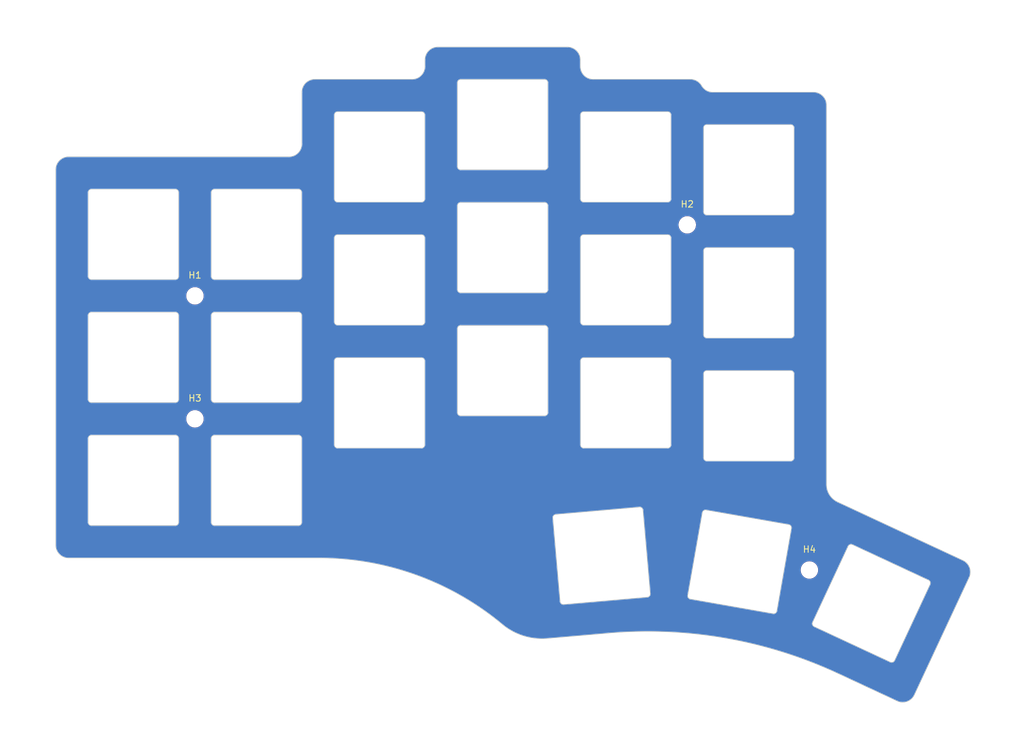
<source format=kicad_pcb>
(kicad_pcb (version 20221018) (generator pcbnew)
  (title_block (title "Cantor Pro") (rev "rev1.0"))
  (layers (0 "F.Cu" signal) (31 "B.Cu" signal) (34 "B.Paste" user) (35 "F.Paste" user) (36 "B.SilkS" user "B.Silkscreen") (37 "F.SilkS" user "F.Silkscreen") (38 "B.Mask" user) (39 "F.Mask" user) (44 "Edge.Cuts" user))
  (net 0 "")
  (net 1 "GND")
  (footprint "42keebs:MX_Switch_Cutout" (layer "F.Cu") (at 164.000002 98.099999)
    (fp_text reference "K25" hide)
    (fp_text value "KEYSW" hide)
    (fp_line (start -7 -6.5) (end -7 6.5) (stroke (width 0.1)) (layer "Edge.Cuts"))
    (fp_line (start -6.5 -7) (end 6.5 -7) (stroke (width 0.1)) (layer "Edge.Cuts"))
    (fp_line (start -6.5 7) (end 6.5 7) (stroke (width 0.1)) (layer "Edge.Cuts"))
    (fp_line (start 7 -6.5) (end 7 6.5) (stroke (width 0.1)) (layer "Edge.Cuts"))
    (fp_arc (start -7 -6.5) (mid -6.853553 -6.853553) (end -6.5 -7) (stroke (width 0.1)) (layer "Edge.Cuts"))
    (fp_arc (start -6.5 7) (mid -6.853553 6.853553) (end -7 6.5) (stroke (width 0.1)) (layer "Edge.Cuts"))
    (fp_arc (start 6.5 -7) (mid 6.853553 -6.853553) (end 7 -6.5) (stroke (width 0.1)) (layer "Edge.Cuts"))
    (fp_arc (start 7 6.5) (mid 6.853553 6.853553) (end 6.5 7) (stroke (width 0.1)) (layer "Edge.Cuts"))
  )
  (footprint "42keebs:MX_Switch_Cutout" (layer "F.Cu") (at 144.95 96.100001)
    (fp_text reference "K24" hide)
    (fp_text value "KEYSW" hide)
    (fp_line (start -7 -6.5) (end -7 6.5) (stroke (width 0.1)) (layer "Edge.Cuts"))
    (fp_line (start -6.5 -7) (end 6.5 -7) (stroke (width 0.1)) (layer "Edge.Cuts"))
    (fp_line (start -6.5 7) (end 6.5 7) (stroke (width 0.1)) (layer "Edge.Cuts"))
    (fp_line (start 7 -6.5) (end 7 6.5) (stroke (width 0.1)) (layer "Edge.Cuts"))
    (fp_arc (start -7 -6.5) (mid -6.853553 -6.853553) (end -6.5 -7) (stroke (width 0.1)) (layer "Edge.Cuts"))
    (fp_arc (start -6.5 7) (mid -6.853553 6.853553) (end -7 6.5) (stroke (width 0.1)) (layer "Edge.Cuts"))
    (fp_arc (start 6.5 -7) (mid 6.853553 -6.853553) (end 7 -6.5) (stroke (width 0.1)) (layer "Edge.Cuts"))
    (fp_arc (start 7 6.5) (mid 6.853553 6.853553) (end 6.5 7) (stroke (width 0.1)) (layer "Edge.Cuts"))
  )
  (footprint "42keebs:MX_Switch_Cutout" (layer "F.Cu") (at 87.8 108.1)
    (fp_text reference "K21" hide)
    (fp_text value "KEYSW" hide)
    (fp_line (start -7 -6.5) (end -7 6.5) (stroke (width 0.1)) (layer "Edge.Cuts"))
    (fp_line (start -6.5 -7) (end 6.5 -7) (stroke (width 0.1)) (layer "Edge.Cuts"))
    (fp_line (start -6.5 7) (end 6.5 7) (stroke (width 0.1)) (layer "Edge.Cuts"))
    (fp_line (start 7 -6.5) (end 7 6.5) (stroke (width 0.1)) (layer "Edge.Cuts"))
    (fp_arc (start -7 -6.5) (mid -6.853553 -6.853553) (end -6.5 -7) (stroke (width 0.1)) (layer "Edge.Cuts"))
    (fp_arc (start -6.5 7) (mid -6.853553 6.853553) (end -7 6.5) (stroke (width 0.1)) (layer "Edge.Cuts"))
    (fp_arc (start 6.5 -7) (mid 6.853553 -6.853553) (end 7 -6.5) (stroke (width 0.1)) (layer "Edge.Cuts"))
    (fp_arc (start 7 6.5) (mid 6.853553 6.853553) (end 6.5 7) (stroke (width 0.1)) (layer "Edge.Cuts"))
  )
  (footprint "42keebs:MX_Switch_Cutout" (layer "F.Cu") (at 106.850002 58)
    (fp_text reference "K02" hide)
    (fp_text value "KEYSW" hide)
    (fp_line (start -7 -6.5) (end -7 6.5) (stroke (width 0.1)) (layer "Edge.Cuts"))
    (fp_line (start -6.5 -7) (end 6.5 -7) (stroke (width 0.1)) (layer "Edge.Cuts"))
    (fp_line (start -6.5 7) (end 6.5 7) (stroke (width 0.1)) (layer "Edge.Cuts"))
    (fp_line (start 7 -6.5) (end 7 6.5) (stroke (width 0.1)) (layer "Edge.Cuts"))
    (fp_arc (start -7 -6.5) (mid -6.853553 -6.853553) (end -6.5 -7) (stroke (width 0.1)) (layer "Edge.Cuts"))
    (fp_arc (start -6.5 7) (mid -6.853553 6.853553) (end -7 6.5) (stroke (width 0.1)) (layer "Edge.Cuts"))
    (fp_arc (start 6.5 -7) (mid 6.853553 -6.853553) (end 7 -6.5) (stroke (width 0.1)) (layer "Edge.Cuts"))
    (fp_arc (start 7 6.5) (mid 6.853553 6.853553) (end 6.5 7) (stroke (width 0.1)) (layer "Edge.Cuts"))
  )
  (footprint "42keebs:MX_Switch_Cutout" (layer "F.Cu") (at 68.749999 89.05)
    (fp_text reference "K10" hide)
    (fp_text value "KEYSW" hide)
    (fp_line (start -7 -6.5) (end -7 6.5) (stroke (width 0.1)) (layer "Edge.Cuts"))
    (fp_line (start -6.5 -7) (end 6.5 -7) (stroke (width 0.1)) (layer "Edge.Cuts"))
    (fp_line (start -6.5 7) (end 6.5 7) (stroke (width 0.1)) (layer "Edge.Cuts"))
    (fp_line (start 7 -6.5) (end 7 6.5) (stroke (width 0.1)) (layer "Edge.Cuts"))
    (fp_arc (start -7 -6.5) (mid -6.853553 -6.853553) (end -6.5 -7) (stroke (width 0.1)) (layer "Edge.Cuts"))
    (fp_arc (start -6.5 7) (mid -6.853553 6.853553) (end -7 6.5) (stroke (width 0.1)) (layer "Edge.Cuts"))
    (fp_arc (start 6.5 -7) (mid 6.853553 -6.853553) (end 7 -6.5) (stroke (width 0.1)) (layer "Edge.Cuts"))
    (fp_arc (start 7 6.5) (mid 6.853553 6.853553) (end 6.5 7) (stroke (width 0.1)) (layer "Edge.Cuts"))
  )
  (footprint "MountingHole:MountingHole_2.2mm_M2" (layer "F.Cu") (at 78.275 79.525)
    (fp_text reference "H1" (at 0 -3.2) (layer "F.SilkS"))
    (fp_text value "MountingHole" hide)
    (pad "" np_thru_hole circle (at 0 0) (size 2.2 2.2) (drill 2.2) (layers "*.Cu" "*.Mask"))
  )
  (footprint "42keebs:MX_Switch_Cutout" (layer "F.Cu") (at 144.949998 58)
    (fp_text reference "K04" hide)
    (fp_text value "KEYSW" hide)
    (fp_line (start -7 -6.5) (end -7 6.5) (stroke (width 0.1)) (layer "Edge.Cuts"))
    (fp_line (start -6.5 -7) (end 6.5 -7) (stroke (width 0.1)) (layer "Edge.Cuts"))
    (fp_line (start -6.5 7) (end 6.5 7) (stroke (width 0.1)) (layer "Edge.Cuts"))
    (fp_line (start 7 -6.5) (end 7 6.5) (stroke (width 0.1)) (layer "Edge.Cuts"))
    (fp_arc (start -7 -6.5) (mid -6.853553 -6.853553) (end -6.5 -7) (stroke (width 0.1)) (layer "Edge.Cuts"))
    (fp_arc (start -6.5 7) (mid -6.853553 6.853553) (end -7 6.5) (stroke (width 0.1)) (layer "Edge.Cuts"))
    (fp_arc (start 6.5 -7) (mid 6.853553 -6.853553) (end 7 -6.5) (stroke (width 0.1)) (layer "Edge.Cuts"))
    (fp_arc (start 7 6.5) (mid 6.853553 6.853553) (end 6.5 7) (stroke (width 0.1)) (layer "Edge.Cuts"))
  )
  (footprint "42keebs:MX_Switch_Cutout" (layer "F.Cu") (at 106.850002 77.05)
    (fp_text reference "K12" hide)
    (fp_text value "KEYSW" hide)
    (fp_line (start -7 -6.5) (end -7 6.5) (stroke (width 0.1)) (layer "Edge.Cuts"))
    (fp_line (start -6.5 -7) (end 6.5 -7) (stroke (width 0.1)) (layer "Edge.Cuts"))
    (fp_line (start -6.5 7) (end 6.5 7) (stroke (width 0.1)) (layer "Edge.Cuts"))
    (fp_line (start 7 -6.5) (end 7 6.5) (stroke (width 0.1)) (layer "Edge.Cuts"))
    (fp_arc (start -7 -6.5) (mid -6.853553 -6.853553) (end -6.5 -7) (stroke (width 0.1)) (layer "Edge.Cuts"))
    (fp_arc (start -6.5 7) (mid -6.853553 6.853553) (end -7 6.5) (stroke (width 0.1)) (layer "Edge.Cuts"))
    (fp_arc (start 6.5 -7) (mid 6.853553 -6.853553) (end 7 -6.5) (stroke (width 0.1)) (layer "Edge.Cuts"))
    (fp_arc (start 7 6.5) (mid 6.853553 6.853553) (end 6.5 7) (stroke (width 0.1)) (layer "Edge.Cuts"))
  )
  (footprint "MountingHole:MountingHole_2.2mm_M2" (layer "F.Cu") (at 173.380167 121.986481)
    (fp_text reference "H4" (at 0 -3.2) (layer "F.SilkS"))
    (fp_text value "MountingHole" hide)
    (pad "" np_thru_hole circle (at 0 0) (size 2.2 2.2) (drill 2.2) (layers "*.Cu" "*.Mask"))
  )
  (footprint "42keebs:MX_Switch_Cutout" (layer "F.Cu") (at 141.210422 119.780108 5)
    (fp_text reference "K30" hide)
    (fp_text value "KEYSW" hide)
    (fp_line (start -7 -6.5) (end -7 6.5) (stroke (width 0.1)) (layer "Edge.Cuts"))
    (fp_line (start -6.5 -7) (end 6.5 -7) (stroke (width 0.1)) (layer "Edge.Cuts"))
    (fp_line (start -6.5 7) (end 6.5 7) (stroke (width 0.1)) (layer "Edge.Cuts"))
    (fp_line (start 7 -6.5) (end 7 6.5) (stroke (width 0.1)) (layer "Edge.Cuts"))
    (fp_arc (start -7 -6.5) (mid -6.853553 -6.853553) (end -6.5 -7) (stroke (width 0.1)) (layer "Edge.Cuts"))
    (fp_arc (start -6.5 7) (mid -6.853553 6.853553) (end -7 6.5) (stroke (width 0.1)) (layer "Edge.Cuts"))
    (fp_arc (start 6.5 -7) (mid 6.853553 -6.853553) (end 7 -6.5) (stroke (width 0.1)) (layer "Edge.Cuts"))
    (fp_arc (start 7 6.5) (mid 6.853553 6.853553) (end 6.5 7) (stroke (width 0.1)) (layer "Edge.Cuts"))
  )
  (footprint "42keebs:MX_Switch_Cutout" (layer "F.Cu") (at 87.8 70)
    (fp_text reference "K01" hide)
    (fp_text value "KEYSW" hide)
    (fp_line (start -7 -6.5) (end -7 6.5) (stroke (width 0.1)) (layer "Edge.Cuts"))
    (fp_line (start -6.5 -7) (end 6.5 -7) (stroke (width 0.1)) (layer "Edge.Cuts"))
    (fp_line (start -6.5 7) (end 6.5 7) (stroke (width 0.1)) (layer "Edge.Cuts"))
    (fp_line (start 7 -6.5) (end 7 6.5) (stroke (width 0.1)) (layer "Edge.Cuts"))
    (fp_arc (start -7 -6.5) (mid -6.853553 -6.853553) (end -6.5 -7) (stroke (width 0.1)) (layer "Edge.Cuts"))
    (fp_arc (start -6.5 7) (mid -6.853553 6.853553) (end -7 6.5) (stroke (width 0.1)) (layer "Edge.Cuts"))
    (fp_arc (start 6.5 -7) (mid 6.853553 -6.853553) (end 7 -6.5) (stroke (width 0.1)) (layer "Edge.Cuts"))
    (fp_arc (start 7 6.5) (mid 6.853553 6.853553) (end 6.5 7) (stroke (width 0.1)) (layer "Edge.Cuts"))
  )
  (footprint "42keebs:MX_Switch_Cutout" (layer "F.Cu") (at 144.950001 77.049997)
    (fp_text reference "K14" hide)
    (fp_text value "KEYSW" hide)
    (fp_line (start -7 -6.5) (end -7 6.5) (stroke (width 0.1)) (layer "Edge.Cuts"))
    (fp_line (start -6.5 -7) (end 6.5 -7) (stroke (width 0.1)) (layer "Edge.Cuts"))
    (fp_line (start -6.5 7) (end 6.5 7) (stroke (width 0.1)) (layer "Edge.Cuts"))
    (fp_line (start 7 -6.5) (end 7 6.5) (stroke (width 0.1)) (layer "Edge.Cuts"))
    (fp_arc (start -7 -6.5) (mid -6.853553 -6.853553) (end -6.5 -7) (stroke (width 0.1)) (layer "Edge.Cuts"))
    (fp_arc (start -6.5 7) (mid -6.853553 6.853553) (end -7 6.5) (stroke (width 0.1)) (layer "Edge.Cuts"))
    (fp_arc (start 6.5 -7) (mid 6.853553 -6.853553) (end 7 -6.5) (stroke (width 0.1)) (layer "Edge.Cuts"))
    (fp_arc (start 7 6.5) (mid 6.853553 6.853553) (end 6.5 7) (stroke (width 0.1)) (layer "Edge.Cuts"))
  )
  (footprint "42keebs:MX_Switch_Cutout" (layer "F.Cu") (at 125.9 91.1)
    (fp_text reference "K23" hide)
    (fp_text value "KEYSW" hide)
    (fp_line (start -7 -6.5) (end -7 6.5) (stroke (width 0.1)) (layer "Edge.Cuts"))
    (fp_line (start -6.5 -7) (end 6.5 -7) (stroke (width 0.1)) (layer "Edge.Cuts"))
    (fp_line (start -6.5 7) (end 6.5 7) (stroke (width 0.1)) (layer "Edge.Cuts"))
    (fp_line (start 7 -6.5) (end 7 6.5) (stroke (width 0.1)) (layer "Edge.Cuts"))
    (fp_arc (start -7 -6.5) (mid -6.853553 -6.853553) (end -6.5 -7) (stroke (width 0.1)) (layer "Edge.Cuts"))
    (fp_arc (start -6.5 7) (mid -6.853553 6.853553) (end -7 6.5) (stroke (width 0.1)) (layer "Edge.Cuts"))
    (fp_arc (start 6.5 -7) (mid 6.853553 -6.853553) (end 7 -6.5) (stroke (width 0.1)) (layer "Edge.Cuts"))
    (fp_arc (start 7 6.5) (mid 6.853553 6.853553) (end 6.5 7) (stroke (width 0.1)) (layer "Edge.Cuts"))
  )
  (footprint "42keebs:MX_Switch_Cutout" (layer "F.Cu") (at 125.900001 53)
    (fp_text reference "K03" hide)
    (fp_text value "KEYSW" hide)
    (fp_line (start -7 -6.5) (end -7 6.5) (stroke (width 0.1)) (layer "Edge.Cuts"))
    (fp_line (start -6.5 -7) (end 6.5 -7) (stroke (width 0.1)) (layer "Edge.Cuts"))
    (fp_line (start -6.5 7) (end 6.5 7) (stroke (width 0.1)) (layer "Edge.Cuts"))
    (fp_line (start 7 -6.5) (end 7 6.5) (stroke (width 0.1)) (layer "Edge.Cuts"))
    (fp_arc (start -7 -6.5) (mid -6.853553 -6.853553) (end -6.5 -7) (stroke (width 0.1)) (layer "Edge.Cuts"))
    (fp_arc (start -6.5 7) (mid -6.853553 6.853553) (end -7 6.5) (stroke (width 0.1)) (layer "Edge.Cuts"))
    (fp_arc (start 6.5 -7) (mid 6.853553 -6.853553) (end 7 -6.5) (stroke (width 0.1)) (layer "Edge.Cuts"))
    (fp_arc (start 7 6.5) (mid 6.853553 6.853553) (end 6.5 7) (stroke (width 0.1)) (layer "Edge.Cuts"))
  )
  (footprint "MountingHole:MountingHole_2.2mm_M2" (layer "F.Cu") (at 78.275 98.574999)
    (fp_text reference "H3" (at 0 -3.2) (layer "F.SilkS"))
    (fp_text value "MountingHole" hide)
    (pad "" np_thru_hole circle (at 0 0) (size 2.2 2.2) (drill 2.2) (layers "*.Cu" "*.Mask"))
  )
  (footprint "42keebs:MX_Switch_Cutout" (layer "F.Cu") (at 106.849999 96.100001)
    (fp_text reference "K22" hide)
    (fp_text value "KEYSW" hide)
    (fp_line (start -7 -6.5) (end -7 6.5) (stroke (width 0.1)) (layer "Edge.Cuts"))
    (fp_line (start -6.5 -7) (end 6.5 -7) (stroke (width 0.1)) (layer "Edge.Cuts"))
    (fp_line (start -6.5 7) (end 6.5 7) (stroke (width 0.1)) (layer "Edge.Cuts"))
    (fp_line (start 7 -6.5) (end 7 6.5) (stroke (width 0.1)) (layer "Edge.Cuts"))
    (fp_arc (start -7 -6.5) (mid -6.853553 -6.853553) (end -6.5 -7) (stroke (width 0.1)) (layer "Edge.Cuts"))
    (fp_arc (start -6.5 7) (mid -6.853553 6.853553) (end -7 6.5) (stroke (width 0.1)) (layer "Edge.Cuts"))
    (fp_arc (start 6.5 -7) (mid 6.853553 -6.853553) (end 7 -6.5) (stroke (width 0.1)) (layer "Edge.Cuts"))
    (fp_arc (start 7 6.5) (mid 6.853553 6.853553) (end 6.5 7) (stroke (width 0.1)) (layer "Edge.Cuts"))
  )
  (footprint "42keebs:MX_Switch_Cutout" (layer "F.Cu") (at 164 79.05)
    (fp_text reference "K15" hide)
    (fp_text value "KEYSW" hide)
    (fp_line (start -7 -6.5) (end -7 6.5) (stroke (width 0.1)) (layer "Edge.Cuts"))
    (fp_line (start -6.5 -7) (end 6.5 -7) (stroke (width 0.1)) (layer "Edge.Cuts"))
    (fp_line (start -6.5 7) (end 6.5 7) (stroke (width 0.1)) (layer "Edge.Cuts"))
    (fp_line (start 7 -6.5) (end 7 6.5) (stroke (width 0.1)) (layer "Edge.Cuts"))
    (fp_arc (start -7 -6.5) (mid -6.853553 -6.853553) (end -6.5 -7) (stroke (width 0.1)) (layer "Edge.Cuts"))
    (fp_arc (start -6.5 7) (mid -6.853553 6.853553) (end -7 6.5) (stroke (width 0.1)) (layer "Edge.Cuts"))
    (fp_arc (start 6.5 -7) (mid 6.853553 -6.853553) (end 7 -6.5) (stroke (width 0.1)) (layer "Edge.Cuts"))
    (fp_arc (start 7 6.5) (mid 6.853553 6.853553) (end 6.5 7) (stroke (width 0.1)) (layer "Edge.Cuts"))
  )
  (footprint "MountingHole:MountingHole_2.2mm_M2" (layer "F.Cu") (at 154.474999 68.525)
    (fp_text reference "H2" (at 0 -3.2) (layer "F.SilkS"))
    (fp_text value "MountingHole" hide)
    (pad "" np_thru_hole circle (at 0 0) (size 2.2 2.2) (drill 2.2) (layers "*.Cu" "*.Mask"))
  )
  (footprint "42keebs:MX_Switch_Cutout" (layer "F.Cu") (at 182.969002 127.149999 -25)
    (fp_text reference "K32" hide)
    (fp_text value "KEYSW" hide)
    (fp_line (start -7 -6.5) (end -7 6.5) (stroke (width 0.1)) (layer "Edge.Cuts"))
    (fp_line (start -6.5 -7) (end 6.5 -7) (stroke (width 0.1)) (layer "Edge.Cuts"))
    (fp_line (start -6.5 7) (end 6.5 7) (stroke (width 0.1)) (layer "Edge.Cuts"))
    (fp_line (start 7 -6.5) (end 7 6.5) (stroke (width 0.1)) (layer "Edge.Cuts"))
    (fp_arc (start -7 -6.5) (mid -6.853553 -6.853553) (end -6.5 -7) (stroke (width 0.1)) (layer "Edge.Cuts"))
    (fp_arc (start -6.5 7) (mid -6.853553 6.853553) (end -7 6.5) (stroke (width 0.1)) (layer "Edge.Cuts"))
    (fp_arc (start 6.5 -7) (mid 6.853553 -6.853553) (end 7 -6.5) (stroke (width 0.1)) (layer "Edge.Cuts"))
    (fp_arc (start 7 6.5) (mid 6.853553 6.853553) (end 6.5 7) (stroke (width 0.1)) (layer "Edge.Cuts"))
  )
  (footprint "42keebs:MX_Switch_Cutout" (layer "F.Cu") (at 87.8 89.05)
    (fp_text reference "K11" hide)
    (fp_text value "KEYSW" hide)
    (fp_line (start -7 -6.5) (end -7 6.5) (stroke (width 0.1)) (layer "Edge.Cuts"))
    (fp_line (start -6.5 -7) (end 6.5 -7) (stroke (width 0.1)) (layer "Edge.Cuts"))
    (fp_line (start -6.5 7) (end 6.5 7) (stroke (width 0.1)) (layer "Edge.Cuts"))
    (fp_line (start 7 -6.5) (end 7 6.5) (stroke (width 0.1)) (layer "Edge.Cuts"))
    (fp_arc (start -7 -6.5) (mid -6.853553 -6.853553) (end -6.5 -7) (stroke (width 0.1)) (layer "Edge.Cuts"))
    (fp_arc (start -6.5 7) (mid -6.853553 6.853553) (end -7 6.5) (stroke (width 0.1)) (layer "Edge.Cuts"))
    (fp_arc (start 6.5 -7) (mid 6.853553 -6.853553) (end 7 -6.5) (stroke (width 0.1)) (layer "Edge.Cuts"))
    (fp_arc (start 7 6.5) (mid 6.853553 6.853553) (end 6.5 7) (stroke (width 0.1)) (layer "Edge.Cuts"))
  )
  (footprint "42keebs:MX_Switch_Cutout" (layer "F.Cu") (at 164 60.000001)
    (fp_text reference "K05" hide)
    (fp_text value "KEYSW" hide)
    (fp_line (start -7 -6.5) (end -7 6.5) (stroke (width 0.1)) (layer "Edge.Cuts"))
    (fp_line (start -6.5 -7) (end 6.5 -7) (stroke (width 0.1)) (layer "Edge.Cuts"))
    (fp_line (start -6.5 7) (end 6.5 7) (stroke (width 0.1)) (layer "Edge.Cuts"))
    (fp_line (start 7 -6.5) (end 7 6.5) (stroke (width 0.1)) (layer "Edge.Cuts"))
    (fp_arc (start -7 -6.5) (mid -6.853553 -6.853553) (end -6.5 -7) (stroke (width 0.1)) (layer "Edge.Cuts"))
    (fp_arc (start -6.5 7) (mid -6.853553 6.853553) (end -7 6.5) (stroke (width 0.1)) (layer "Edge.Cuts"))
    (fp_arc (start 6.5 -7) (mid 6.853553 -6.853553) (end 7 -6.5) (stroke (width 0.1)) (layer "Edge.Cuts"))
    (fp_arc (start 7 6.5) (mid 6.853553 6.853553) (end 6.5 7) (stroke (width 0.1)) (layer "Edge.Cuts"))
  )
  (footprint "42keebs:MX_Switch_Cutout" (layer "F.Cu") (at 68.75 108.099999)
    (fp_text reference "K20" hide)
    (fp_text value "KEYSW" hide)
    (fp_line (start -7 -6.5) (end -7 6.5) (stroke (width 0.1)) (layer "Edge.Cuts"))
    (fp_line (start -6.5 -7) (end 6.5 -7) (stroke (width 0.1)) (layer "Edge.Cuts"))
    (fp_line (start -6.5 7) (end 6.5 7) (stroke (width 0.1)) (layer "Edge.Cuts"))
    (fp_line (start 7 -6.5) (end 7 6.5) (stroke (width 0.1)) (layer "Edge.Cuts"))
    (fp_arc (start -7 -6.5) (mid -6.853553 -6.853553) (end -6.5 -7) (stroke (width 0.1)) (layer "Edge.Cuts"))
    (fp_arc (start -6.5 7) (mid -6.853553 6.853553) (end -7 6.5) (stroke (width 0.1)) (layer "Edge.Cuts"))
    (fp_arc (start 6.5 -7) (mid 6.853553 -6.853553) (end 7 -6.5) (stroke (width 0.1)) (layer "Edge.Cuts"))
    (fp_arc (start 7 6.5) (mid 6.853553 6.853553) (end 6.5 7) (stroke (width 0.1)) (layer "Edge.Cuts"))
  )
  (footprint "42keebs:MX_Switch_Cutout" (layer "F.Cu") (at 125.9 72.05)
    (fp_text reference "K13" hide)
    (fp_text value "KEYSW" hide)
    (fp_line (start -7 -6.5) (end -7 6.5) (stroke (width 0.1)) (layer "Edge.Cuts"))
    (fp_line (start -6.5 -7) (end 6.5 -7) (stroke (width 0.1)) (layer "Edge.Cuts"))
    (fp_line (start -6.5 7) (end 6.5 7) (stroke (width 0.1)) (layer "Edge.Cuts"))
    (fp_line (start 7 -6.5) (end 7 6.5) (stroke (width 0.1)) (layer "Edge.Cuts"))
    (fp_arc (start -7 -6.5) (mid -6.853553 -6.853553) (end -6.5 -7) (stroke (width 0.1)) (layer "Edge.Cuts"))
    (fp_arc (start -6.5 7) (mid -6.853553 6.853553) (end -7 6.5) (stroke (width 0.1)) (layer "Edge.Cuts"))
    (fp_arc (start 6.5 -7) (mid 6.853553 -6.853553) (end 7 -6.5) (stroke (width 0.1)) (layer "Edge.Cuts"))
    (fp_arc (start 7 6.5) (mid 6.853553 6.853553) (end 6.5 7) (stroke (width 0.1)) (layer "Edge.Cuts"))
  )
  (footprint "42keebs:MX_Switch_Cutout" (layer "F.Cu") (at 68.749999 70)
    (fp_text reference "K00" hide)
    (fp_text value "KEYSW" hide)
    (fp_line (start -7 -6.5) (end -7 6.5) (stroke (width 0.1)) (layer "Edge.Cuts"))
    (fp_line (start -6.5 -7) (end 6.5 -7) (stroke (width 0.1)) (layer "Edge.Cuts"))
    (fp_line (start -6.5 7) (end 6.5 7) (stroke (width 0.1)) (layer "Edge.Cuts"))
    (fp_line (start 7 -6.5) (end 7 6.5) (stroke (width 0.1)) (layer "Edge.Cuts"))
    (fp_arc (start -7 -6.5) (mid -6.853553 -6.853553) (end -6.5 -7) (stroke (width 0.1)) (layer "Edge.Cuts"))
    (fp_arc (start -6.5 7) (mid -6.853553 6.853553) (end -7 6.5) (stroke (width 0.1)) (layer "Edge.Cuts"))
    (fp_arc (start 6.5 -7) (mid 6.853553 -6.853553) (end 7 -6.5) (stroke (width 0.1)) (layer "Edge.Cuts"))
    (fp_arc (start 7 6.5) (mid 6.853553 6.853553) (end 6.5 7) (stroke (width 0.1)) (layer "Edge.Cuts"))
  )
  (footprint "42keebs:MX_Switch_Cutout" (layer "F.Cu") (at 162.574653 120.719659 -10)
    (fp_text reference "K31" hide)
    (fp_text value "KEYSW" hide)
    (fp_line (start -7 -6.5) (end -7 6.5) (stroke (width 0.1)) (layer "Edge.Cuts"))
    (fp_line (start -6.5 -7) (end 6.5 -7) (stroke (width 0.1)) (layer "Edge.Cuts"))
    (fp_line (start -6.5 7) (end 6.5 7) (stroke (width 0.1)) (layer "Edge.Cuts"))
    (fp_line (start 7 -6.5) (end 7 6.5) (stroke (width 0.1)) (layer "Edge.Cuts"))
    (fp_arc (start -7 -6.5) (mid -6.853553 -6.853553) (end -6.5 -7) (stroke (width 0.1)) (layer "Edge.Cuts"))
    (fp_arc (start -6.5 7) (mid -6.853553 6.853553) (end -7 6.5) (stroke (width 0.1)) (layer "Edge.Cuts"))
    (fp_arc (start 6.5 -7) (mid 6.853553 -6.853553) (end 7 -6.5) (stroke (width 0.1)) (layer "Edge.Cuts"))
    (fp_arc (start 7 6.5) (mid 6.853553 6.853553) (end 6.5 7) (stroke (width 0.1)) (layer "Edge.Cuts"))
  )
  (gr_arc (start 94.825001 47.975001) (mid 95.410787 46.560786) (end 96.825001 45.975) (stroke (width 0.1)) (layer "Edge.Cuts"))
  (gr_line (start 58.725 120.124999) (end 97.825001 120.125001) (stroke (width 0.1)) (layer "Edge.Cuts"))
  (gr_arc (start 132.769715 132.589508) (mid 129.200677 132.203405) (end 126.019715 130.539506) (stroke (width 0.1)) (layer "Edge.Cuts"))
  (gr_arc (start 113.875 42.974999) (mid 114.460786 41.560785) (end 115.875 40.975) (stroke (width 0.1)) (layer "Edge.Cuts"))
  (gr_line (start 189.630269 141.317274) (end 198.103902 123.145626) (stroke (width 0.1)) (layer "Edge.Cuts"))
  (gr_line (start 176.024998 49.974997) (end 176.025978 108.734117) (stroke (width 0.1)) (layer "Edge.Cuts"))
  (gr_arc (start 197.136523 120.487774) (mid 198.170671 121.616349) (end 198.103902 123.145626) (stroke (width 0.1)) (layer "Edge.Cuts"))
  (gr_arc (start 177.758122 111.451478) (mid 176.496222 110.345112) (end 176.025978 108.734117) (stroke (width 0.1)) (layer "Edge.Cuts"))
  (gr_line (start 174.025 47.975) (end 158.422736 47.975) (stroke (width 0.1)) (layer "Edge.Cuts"))
  (gr_line (start 113.875 42.974999) (end 113.874999 43.975) (stroke (width 0.1)) (layer "Edge.Cuts"))
  (gr_line (start 186.999262 142.296929) (end 177.887017 138.048351) (stroke (width 0.1)) (layer "Edge.Cuts"))
  (gr_line (start 135.925 40.975) (end 115.875 40.975) (stroke (width 0.1)) (layer "Edge.Cuts"))
  (gr_line (start 137.925 43.975) (end 137.924999 42.974999) (stroke (width 0.1)) (layer "Edge.Cuts"))
  (gr_line (start 142.267436 131.765025) (end 132.769715 132.589508) (stroke (width 0.1)) (layer "Edge.Cuts"))
  (gr_arc (start 189.630269 141.317274) (mid 188.515547 142.346346) (end 186.999262 142.296929) (stroke (width 0.1)) (layer "Edge.Cuts"))
  (gr_line (start 94.825001 47.975001) (end 94.825 55.975) (stroke (width 0.1)) (layer "Edge.Cuts"))
  (gr_line (start 92.825 57.974998) (end 58.725 57.975001) (stroke (width 0.1)) (layer "Edge.Cuts"))
  (gr_line (start 197.136523 120.487774) (end 177.758122 111.451478) (stroke (width 0.1)) (layer "Edge.Cuts"))
  (gr_arc (start 135.925 40.975) (mid 137.339213 41.560786) (end 137.924999 42.974999) (stroke (width 0.1)) (layer "Edge.Cuts"))
  (gr_arc (start 113.874999 43.975) (mid 113.289213 45.389214) (end 111.874999 45.974999) (stroke (width 0.1)) (layer "Edge.Cuts"))
  (gr_arc (start 58.725 120.124999) (mid 57.310786 119.539213) (end 56.725001 118.124999) (stroke (width 0.1)) (layer "Edge.Cuts"))
  (gr_arc (start 139.925 45.975) (mid 138.510786 45.389214) (end 137.925 43.975) (stroke (width 0.1)) (layer "Edge.Cuts"))
  (gr_line (start 154.975 45.975001) (end 139.925 45.975) (stroke (width 0.1)) (layer "Edge.Cuts"))
  (gr_line (start 56.724999 59.975) (end 56.725001 118.124999) (stroke (width 0.1)) (layer "Edge.Cuts"))
  (gr_arc (start 142.267436 131.765025) (mid 160.490756 132.562429) (end 177.887017 138.048351) (stroke (width 0.1)) (layer "Edge.Cuts"))
  (gr_arc (start 56.724999 59.975) (mid 57.310786 58.560786) (end 58.725 57.975001) (stroke (width 0.1)) (layer "Edge.Cuts"))
  (gr_arc (start 97.825001 120.125001) (mid 112.832134 122.869259) (end 126.019715 130.539506) (stroke (width 0.1)) (layer "Edge.Cuts"))
  (gr_arc (start 174.025 47.975) (mid 175.439208 48.560788) (end 176.024998 49.974997) (stroke (width 0.1)) (layer "Edge.Cuts"))
  (gr_line (start 111.874999 45.974999) (end 96.825001 45.975) (stroke (width 0.1)) (layer "Edge.Cuts"))
  (gr_arc (start 94.825 55.975) (mid 94.239214 57.389213) (end 92.825 57.974998) (stroke (width 0.1)) (layer "Edge.Cuts"))
  (gr_arc (start 158.422736 47.975) (mid 157.427916 47.704079) (end 156.698869 46.975) (stroke (width 0.1)) (layer "Edge.Cuts"))
  (gr_arc (start 154.975 45.975001) (mid 155.96982 46.245922) (end 156.698869 46.975) (stroke (width 0.1)) (layer "Edge.Cuts"))
  (zone (net 1) (net_name "GND") (layers "F&B.Cu") (name "GND") (connect_pads (clearance 0.508)) (min_thickness 0.25) (fill yes (thermal_gap 0.5) (thermal_bridge_width 0.5))
    (polygon (pts (xy 48.1 33.7) (xy 206.6 33.7) (xy 206.6 149.7) (xy 48.2 149.7)))
  )
)
</source>
